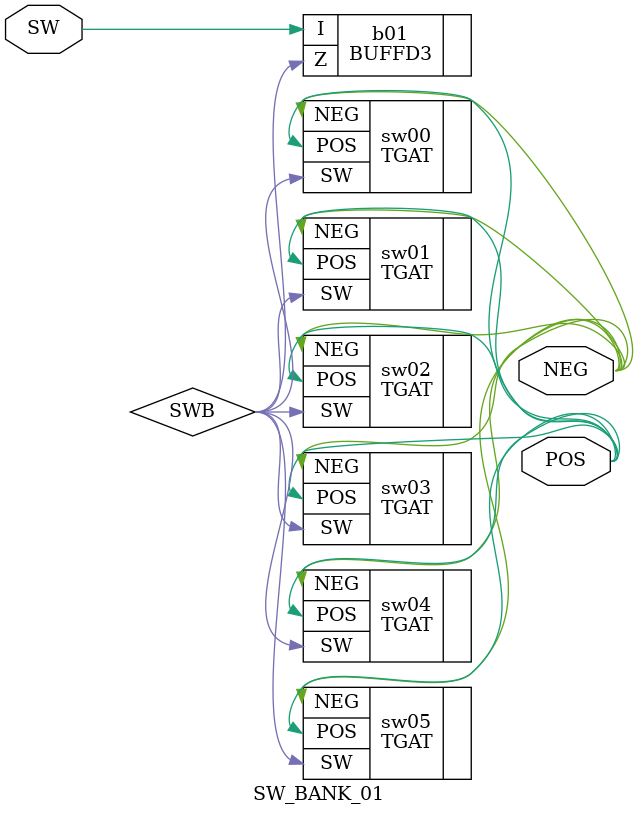
<source format=v>

`timescale 1ns/1ps

   module SW_BANK_01 (
     input  SW,
     output POS, NEG 
     );
     BUFFD3 b01  (.I(SW),.Z(SWB));
     TGAT   sw00 (.SW(SWB),.POS(POS),.NEG(NEG));
     TGAT   sw01 (.SW(SWB),.POS(POS),.NEG(NEG));
     TGAT   sw02 (.SW(SWB),.POS(POS),.NEG(NEG));
     TGAT   sw03 (.SW(SWB),.POS(POS),.NEG(NEG));
     TGAT   sw04 (.SW(SWB),.POS(POS),.NEG(NEG));
     TGAT   sw05 (.SW(SWB),.POS(POS),.NEG(NEG));
   endmodule

</source>
